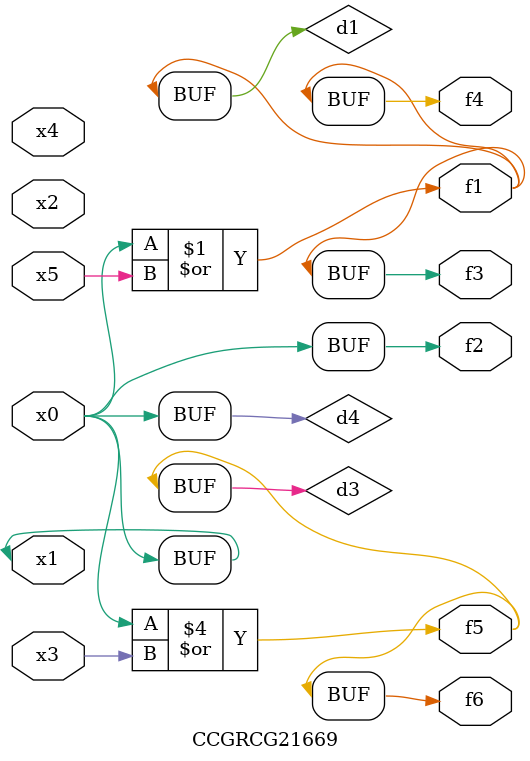
<source format=v>
module CCGRCG21669(
	input x0, x1, x2, x3, x4, x5,
	output f1, f2, f3, f4, f5, f6
);

	wire d1, d2, d3, d4;

	or (d1, x0, x5);
	xnor (d2, x1, x4);
	or (d3, x0, x3);
	buf (d4, x0, x1);
	assign f1 = d1;
	assign f2 = d4;
	assign f3 = d1;
	assign f4 = d1;
	assign f5 = d3;
	assign f6 = d3;
endmodule

</source>
